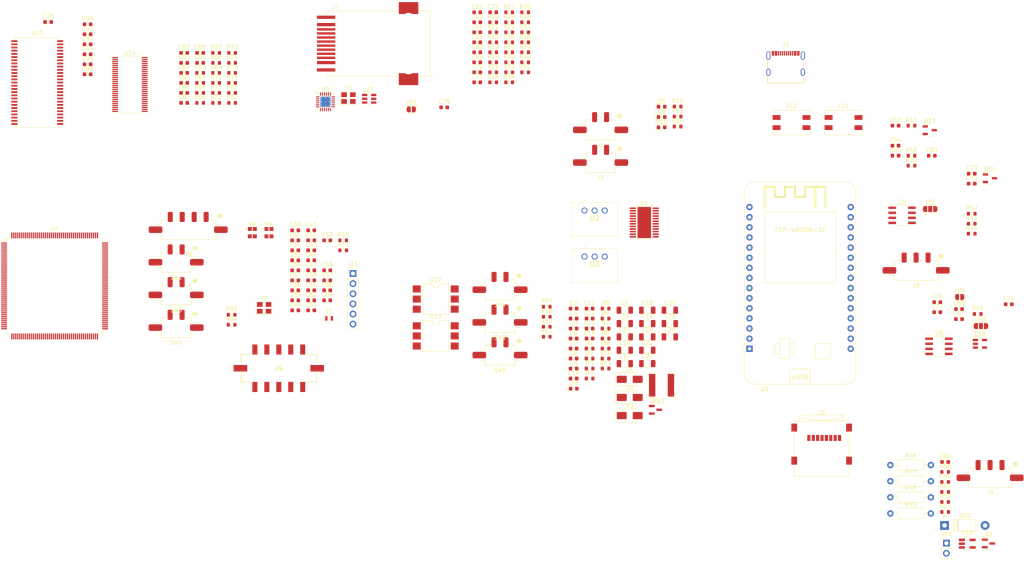
<source format=kicad_pcb>
(kicad_pcb
	(version 20240108)
	(generator "pcbnew")
	(generator_version "8.0")
	(general
		(thickness 1.6)
		(legacy_teardrops no)
	)
	(paper "A4")
	(layers
		(0 "F.Cu" signal)
		(31 "B.Cu" signal)
		(32 "B.Adhes" user "B.Adhesive")
		(33 "F.Adhes" user "F.Adhesive")
		(34 "B.Paste" user)
		(35 "F.Paste" user)
		(36 "B.SilkS" user "B.Silkscreen")
		(37 "F.SilkS" user "F.Silkscreen")
		(38 "B.Mask" user)
		(39 "F.Mask" user)
		(40 "Dwgs.User" user "User.Drawings")
		(41 "Cmts.User" user "User.Comments")
		(42 "Eco1.User" user "User.Eco1")
		(43 "Eco2.User" user "User.Eco2")
		(44 "Edge.Cuts" user)
		(45 "Margin" user)
		(46 "B.CrtYd" user "B.Courtyard")
		(47 "F.CrtYd" user "F.Courtyard")
		(48 "B.Fab" user)
		(49 "F.Fab" user)
		(50 "User.1" user)
		(51 "User.2" user)
		(52 "User.3" user)
		(53 "User.4" user)
		(54 "User.5" user)
		(55 "User.6" user)
		(56 "User.7" user)
		(57 "User.8" user)
		(58 "User.9" user)
	)
	(setup
		(pad_to_mask_clearance 0)
		(allow_soldermask_bridges_in_footprints no)
		(pcbplotparams
			(layerselection 0x00010fc_ffffffff)
			(plot_on_all_layers_selection 0x0000000_00000000)
			(disableapertmacros no)
			(usegerberextensions no)
			(usegerberattributes yes)
			(usegerberadvancedattributes yes)
			(creategerberjobfile yes)
			(dashed_line_dash_ratio 12.000000)
			(dashed_line_gap_ratio 3.000000)
			(svgprecision 4)
			(plotframeref no)
			(viasonmask no)
			(mode 1)
			(useauxorigin no)
			(hpglpennumber 1)
			(hpglpenspeed 20)
			(hpglpendiameter 15.000000)
			(pdf_front_fp_property_popups yes)
			(pdf_back_fp_property_popups yes)
			(dxfpolygonmode yes)
			(dxfimperialunits yes)
			(dxfusepcbnewfont yes)
			(psnegative no)
			(psa4output no)
			(plotreference yes)
			(plotvalue yes)
			(plotfptext yes)
			(plotinvisibletext no)
			(sketchpadsonfab no)
			(subtractmaskfromsilk no)
			(outputformat 1)
			(mirror no)
			(drillshape 1)
			(scaleselection 1)
			(outputdirectory "")
		)
	)
	(net 0 "")
	(net 1 "+3V3_FER")
	(net 2 "Earth")
	(net 3 "/Ethernet/LED_G")
	(net 4 "/Ethernet/LED_Y")
	(net 5 "GND")
	(net 6 "+3V3")
	(net 7 "+5V")
	(net 8 "/Power/3V3_Display")
	(net 9 "Net-(C5-Pad2)")
	(net 10 "Net-(U1-COMP)")
	(net 11 "Net-(U1-C1+)")
	(net 12 "Net-(U1-C1-)")
	(net 13 "Net-(U1-C2+)")
	(net 14 "Net-(U1-C2-)")
	(net 15 "/Power/3V8")
	(net 16 "Net-(D2-A)")
	(net 17 "Net-(U1-DRV)")
	(net 18 "/Power/18V")
	(net 19 "/Power/9V6")
	(net 20 "Net-(U1-FB1)")
	(net 21 "Net-(U1-REF)")
	(net 22 "/Power/-6V")
	(net 23 "Net-(U1-VCOMIN)")
	(net 24 "+24V")
	(net 25 "Net-(U3-VI)")
	(net 26 "Net-(U2-VI)")
	(net 27 "/Peripherals/V_{ref}")
	(net 28 "Net-(D1-A)")
	(net 29 "Net-(D4-A)")
	(net 30 "Net-(D15-K)")
	(net 31 "/IEC_Charging_Circuit/CP")
	(net 32 "Net-(J7-Pad2)")
	(net 33 "Net-(J7-RD-)")
	(net 34 "Net-(J7-TD-)")
	(net 35 "unconnected-(J7-NC-Pad9)")
	(net 36 "Net-(J7-RD+)")
	(net 37 "Net-(J7-TD+)")
	(net 38 "Net-(J7-Pad11)")
	(net 39 "Net-(J8-Pin_2)")
	(net 40 "/IEC_Charging_Circuit/PP")
	(net 41 "Net-(J10-Pin_1)")
	(net 42 "Net-(JP1-C)")
	(net 43 "/Core/EV_Start_Charging")
	(net 44 "Net-(JP3-C)")
	(net 45 "/ESP32/V_{ref}")
	(net 46 "Net-(Q1-B)")
	(net 47 "Net-(Q2-G)")
	(net 48 "Net-(U1-FB3)")
	(net 49 "Net-(U1-FB2)")
	(net 50 "Net-(R6-Pad2)")
	(net 51 "Net-(U10-A)")
	(net 52 "/IEC_Charging_Circuit/PWM_SENSE")
	(net 53 "/Core/Charging_Point_PWM")
	(net 54 "Net-(U11--)")
	(net 55 "/Core/~{IMD_Error_LED}")
	(net 56 "Net-(R54-Pad1)")
	(net 57 "/SDRAM/D9")
	(net 58 "unconnected-(U4B-PH9-Pad86)")
	(net 59 "/SDRAM/A11")
	(net 60 "unconnected-(U4B-PD13-Pad101)")
	(net 61 "/Core/~{AMS_Error_LED}")
	(net 62 "/SDRAM/D0")
	(net 63 "unconnected-(U4B-PC13-Pad8)")
	(net 64 "unconnected-(U4B-PD4-Pad146)")
	(net 65 "/Core/PCAP_RST")
	(net 66 "/Display/B5")
	(net 67 "unconnected-(U4B-PI8-Pad7)")
	(net 68 "/SDRAM/D14")
	(net 69 "/SDRAM/D2")
	(net 70 "/SDRAM/D4")
	(net 71 "unconnected-(U4B-PH6-Pad83)")
	(net 72 "/Core/OSC_in")
	(net 73 "unconnected-(U4B-PG13-Pad156)")
	(net 74 "/Core/SWCLK")
	(net 75 "unconnected-(U4B-PG10-Pad153)")
	(net 76 "/Display/R2")
	(net 77 "/SDRAM/A3")
	(net 78 "/SDRAM/D13")
	(net 79 "unconnected-(U4B-PH15-Pad130)")
	(net 80 "/Core/LCD_Reset")
	(net 81 "/Display/R0")
	(net 82 "/SDRAM/A2")
	(net 83 "/Display/R7")
	(net 84 "/Display/B4")
	(net 85 "/Core/AMS_Reset_in")
	(net 86 "/Core/AMS_Reset_out")
	(net 87 "/Core/SDC_out")
	(net 88 "/SDRAM/A0")
	(net 89 "unconnected-(U4B-PF8-Pad26)")
	(net 90 "/SDRAM/SDNE0")
	(net 91 "/Core/SWDIO")
	(net 92 "/SDRAM/A10")
	(net 93 "unconnected-(U4B-PC10-Pad139)")
	(net 94 "/Display/G0")
	(net 95 "unconnected-(U4B-PI7-Pad176)")
	(net 96 "/SDRAM/BA0")
	(net 97 "/Ethernet/RMII_TX_EN")
	(net 98 "/Core/NRST")
	(net 99 "/SDRAM/D12")
	(net 100 "unconnected-(U4B-PH12-Pad89)")
	(net 101 "/SDRAM/NBL0")
	(net 102 "/Display/B0")
	(net 103 "unconnected-(U4B-PD3-Pad145)")
	(net 104 "/Display/G2")
	(net 105 "unconnected-(U4B-PG14-Pad157)")
	(net 106 "/Display/R1")
	(net 107 "unconnected-(U4B-PH10-Pad87)")
	(net 108 "/SDRAM/SDNWE")
	(net 109 "/Ethernet/RMII_RXD1")
	(net 110 "/SDRAM/A9")
	(net 111 "/SDRAM/D11")
	(net 112 "unconnected-(U4B-PI6-Pad175)")
	(net 113 "/Display/DE")
	(net 114 "/Display/G3")
	(net 115 "/Display/CLK")
	(net 116 "/Peripherals/USART_RX")
	(net 117 "unconnected-(U4B-PB5-Pad163)")
	(net 118 "unconnected-(U4B-PI3-Pad134)")
	(net 119 "/Peripherals/USB_OTG_VBUS")
	(net 120 "/SDRAM/A4")
	(net 121 "/Display/B3")
	(net 122 "/Peripherals/SDMMC_D0")
	(net 123 "/SDRAM/D15")
	(net 124 "/SDRAM/D3")
	(net 125 "/Display/G4")
	(net 126 "/SDRAM/A7")
	(net 127 "unconnected-(U4B-PC8-Pad117)")
	(net 128 "/SDRAM/A12")
	(net 129 "unconnected-(U4B-PI1-Pad132)")
	(net 130 "Net-(C27-Pad1)")
	(net 131 "Net-(U4F-BOOT0)")
	(net 132 "unconnected-(U4B-PD7-Pad151)")
	(net 133 "unconnected-(U4B-PC7-Pad116)")
	(net 134 "/Display/G7")
	(net 135 "unconnected-(U4F-PDR_ON-Pad171)")
	(net 136 "/Ethernet/RMII_MDIO")
	(net 137 "/Display/G1")
	(net 138 "/Display/R6")
	(net 139 "unconnected-(U4B-PH7-Pad84)")
	(net 140 "/SDRAM/D6")
	(net 141 "/SDRAM/A1")
	(net 142 "unconnected-(U4B-PG3-Pad107)")
	(net 143 "/SDRAM/D8")
	(net 144 "/Display/B6")
	(net 145 "/Display/R4")
	(net 146 "/Core/OSC_out")
	(net 147 "unconnected-(U4B-PA15-Pad138)")
	(net 148 "unconnected-(U4B-PF6-Pad24)")
	(net 149 "/SDRAM/A5")
	(net 150 "/Display/G6")
	(net 151 "/Peripherals/USB_OTG_DP")
	(net 152 "unconnected-(U4B-PF7-Pad25)")
	(net 153 "/Peripherals/ESP_RX")
	(net 154 "unconnected-(U4B-PF9-Pad27)")
	(net 155 "/Peripherals/USB_OTG_DM")
	(net 156 "/Display/G5")
	(net 157 "unconnected-(U4B-PB15-Pad95)")
	(net 158 "unconnected-(U4B-PC6-Pad115)")
	(net 159 "unconnected-(U4B-PD12-Pad100)")
	(net 160 "/Display/R5")
	(net 161 "unconnected-(U4B-PE2-Pad1)")
	(net 162 "/Ethernet/RMII_TXD1")
	(net 163 "/SDRAM/D5")
	(net 164 "/Peripherals/SDMMC_CMD")
	(net 165 "/SDRAM/D1")
	(net 166 "Net-(U4A-VREF+)")
	(net 167 "/Display/B1")
	(net 168 "/Display/B7")
	(net 169 "unconnected-(U4B-PD11-Pad99)")
	(net 170 "/Ethernet/RMII_MDC")
	(net 171 "unconnected-(U4B-PE3-Pad2)")
	(net 172 "/Core/OSC32_in")
	(net 173 "/SDRAM/SDCLK")
	(net 174 "/Peripherals/USART_TX")
	(net 175 "unconnected-(U4B-PA10-Pad121)")
	(net 176 "unconnected-(U4B-PG11-Pad154)")
	(net 177 "/SDRAM/SDCKE0")
	(net 178 "/Ethernet/RMII_RXD0")
	(net 179 "unconnected-(U4B-PC11-Pad140)")
	(net 180 "/Ethernet/RMII_CRS_DV")
	(net 181 "/Core/TRACESWO")
	(net 182 "unconnected-(U4B-PB4-Pad162)")
	(net 183 "/Display/HSYNC")
	(net 184 "/Ethernet/RMII_TXD0")
	(net 185 "Net-(C33-Pad1)")
	(net 186 "/SDRAM/D10")
	(net 187 "/SDRAM/SDNCAS")
	(net 188 "/Display/R3")
	(net 189 "/Core/OSC32_out")
	(net 190 "/Display/VSYNC")
	(net 191 "/SDRAM/D7")
	(net 192 "unconnected-(U4B-PI0-Pad131)")
	(net 193 "unconnected-(U4B-PG9-Pad152)")
	(net 194 "/SDRAM/BA1")
	(net 195 "unconnected-(U4B-PH11-Pad88)")
	(net 196 "/SDRAM/SDNRAS")
	(net 197 "/SDRAM/A6")
	(net 198 "/SDRAM/NBL1")
	(net 199 "/Display/B2")
	(net 200 "/Ethernet/RMII_REF_CLK")
	(net 201 "/SDRAM/A8")
	(net 202 "unconnected-(U4B-PB2-Pad58)")
	(net 203 "Net-(U5-CANL)")
	(net 204 "Net-(U5-Rs)")
	(net 205 "Net-(U5-CANH)")
	(net 206 "Net-(U6-~{INT}{slash}REFCLKO)")
	(net 207 "/Ethernet/XTAL2")
	(net 208 "Net-(U6-VDDCR)")
	(net 209 "Net-(U6-RXER{slash}PHYAD0)")
	(net 210 "Net-(U6-TXD0)")
	(net 211 "Net-(U6-~{RST})")
	(net 212 "Net-(U6-RXD1{slash}MODE1)")
	(net 213 "Net-(U6-TXD1)")
	(net 214 "Net-(U6-MDIO)")
	(net 215 "Net-(U6-TXEN)")
	(net 216 "/Ethernet/XTAL1")
	(net 217 "Net-(U6-RBIAS)")
	(net 218 "Net-(U6-MDC)")
	(net 219 "Net-(U6-CRS_DV{slash}MODE2)")
	(net 220 "Net-(U6-RXD0{slash}MODE0)")
	(net 221 "Net-(U8-CANL)")
	(net 222 "Net-(U8-Rs)")
	(net 223 "Net-(U8-CANH)")
	(net 224 "/Peripherals/ESP_TX")
	(net 225 "/Peripherals/STM_CAN_TX")
	(net 226 "unconnected-(U10-NC-Pad1)")
	(net 227 "/Peripherals/STM_CAN_RX")
	(net 228 "unconnected-(U12-Pad3)")
	(net 229 "/Peripherals/SDMMC_CK")
	(net 230 "Net-(R55-Pad1)")
	(net 231 "/Peripherals/ESP_CAN_RX")
	(net 232 "/SDC_and_SCS/RSD_in")
	(net 233 "unconnected-(U13-Pad5)")
	(net 234 "Net-(R56-Pad2)")
	(net 235 "unconnected-(U13-Pad3)")
	(net 236 "/SDC_and_SCS/RSD_out")
	(net 237 "/Core/CANH")
	(net 238 "/Core/CANL")
	(net 239 "/Peripherals/ESP_CAN_TX")
	(net 240 "/ESP32/CANL")
	(net 241 "Net-(D5-A)")
	(net 242 "Net-(D9-A)")
	(net 243 "Net-(D10-A)")
	(net 244 "/Core/SDC_in")
	(net 245 "Net-(Q3-G)")
	(net 246 "Net-(Q4-G)")
	(net 247 "/Core/SDC_enable")
	(net 248 "Net-(R83-Pad2)")
	(net 249 "/Display/I2C_SDA")
	(net 250 "/Display/I2C_SCL")
	(net 251 "Net-(U14-~{SHTDN})")
	(net 252 "Net-(U14-CLKSEL)")
	(net 253 "/Display/LCD_SELB")
	(net 254 "Net-(R70-Pad1)")
	(net 255 "VDD")
	(net 256 "Net-(R72-Pad2)")
	(net 257 "/Display/LCD_STBYB")
	(net 258 "Net-(J1-Pin_1)")
	(net 259 "/Display/LCD_U{slash}D")
	(net 260 "/Display/LCD_L{slash}R")
	(net 261 "/Display/RXIN0-")
	(net 262 "/Display/RXCLKIN+")
	(net 263 "/Display/RXIN0+")
	(net 264 "/Display/RXIN2-")
	(net 265 "/Display/RXIN1-")
	(net 266 "/Display/RXIN2+")
	(net 267 "/Display/RXIN3+")
	(net 268 "/Display/RXIN3-")
	(net 269 "/Display/RXIN1+")
	(net 270 "/Display/RXCLKIN-")
	(net 271 "Net-(J2-Pin_1)")
	(net 272 "unconnected-(J5-CMD-Pad3)")
	(net 273 "unconnected-(U15-NC-Pad40)")
	(net 274 "unconnected-(J5-DAT0-Pad7)")
	(net 275 "/Core/LED1_B")
	(net 276 "/Core/LED1_G")
	(net 277 "/Core/LED1_R")
	(net 278 "/Core/LED2_R")
	(net 279 "/Core/LED2_G")
	(net 280 "/Core/LED2_B")
	(net 281 "unconnected-(U9-TX0{slash}D1-Pad18)")
	(net 282 "unconnected-(U9-D18-Pad22)")
	(net 283 "unconnected-(U9-D34-Pad12)")
	(net 284 "unconnected-(U9-D19-Pad21)")
	(net 285 "unconnected-(U9-D25-Pad8)")
	(net 286 "unconnected-(J5-DAT2-Pad1)")
	(net 287 "unconnected-(U9-D15-Pad28)")
	(net 288 "unconnected-(U9-D32-Pad10)")
	(net 289 "unconnected-(U9-RX0{slash}D3-Pad19)")
	(net 290 "unconnected-(U9-D13-Pad3)")
	(net 291 "unconnected-(U9-D12-Pad4)")
	(net 292 "unconnected-(U9-D35-Pad11)")
	(net 293 "unconnected-(U9-D2-Pad27)")
	(net 294 "unconnected-(U9-D14-Pad5)")
	(net 295 "unconnected-(U9-D39{slash}VN-Pad13)")
	(net 296 "unconnected-(J5-CLK-Pad5)")
	(net 297 "unconnected-(U9-D22-Pad17)")
	(net 298 "unconnected-(U9-D26-Pad7)")
	(net 299 "unconnected-(U9-D33-Pad9)")
	(net 300 "unconnected-(U9-EN-Pad15)")
	(net 301 "unconnected-(U9-VIN-Pad1)")
	(net 302 "unconnected-(U9-D36{slash}VP-Pad14)")
	(net 303 "unconnected-(U9-D27-Pad6)")
	(net 304 "unconnected-(U9-D23-Pad16)")
	(net 305 "/Core/SDC_Voltage")
	(net 306 "/Core/TSAL_Green")
	(net 307 "Net-(JP4-A)")
	(net 308 "Net-(J4-Pin_2)")
	(net 309 "unconnected-(J5-DAT3{slash}CD-Pad2)")
	(net 310 "unconnected-(J5-VDD-Pad4)")
	(net 311 "unconnected-(SW3-Pad1)")
	(net 312 "unconnected-(SW3-Pad2)")
	(net 313 "unconnected-(SW4-Pad2)")
	(net 314 "unconnected-(SW4-Pad1)")
	(net 315 "unconnected-(J5-VSS-Pad6)")
	(net 316 "unconnected-(J5-DAT1-Pad8)")
	(net 317 "unconnected-(J3-SBU2-PadB8)")
	(net 318 "Net-(J3-VBUS-PadA4)")
	(net 319 "unconnected-(J3-CC2-PadB5)")
	(net 320 "unconnected-(J3-D+-PadB6)")
	(net 321 "unconnected-(J3-CC1-PadA5)")
	(net 322 "unconnected-(J3-SBU1-PadA8)")
	(net 323 "unconnected-(J3-D+-PadA6)")
	(net 324 "unconnected-(J3-D--PadB7)")
	(net 325 "unconnected-(J3-D--PadA7)")
	(footprint "Capacitor_SMD:C_1206_3216Metric" (layer "F.Cu") (at 178.315 106.435))
	(footprint "Capacitor_SMD:C_0603_1608Metric" (layer "F.Cu") (at 169.475 92.615))
	(footprint "Package_TO_SOT_SMD:SOT-23-3" (layer "F.Cu") (at 269.97 59.915))
	(footprint "Resistor_SMD:R_0603_1608Metric" (layer "F.Cu") (at 145.285 35.83))
	(footprint "Capacitor_SMD:C_0603_1608Metric" (layer "F.Cu") (at 43.475 21.27))
	(footprint "Capacitor_SMD:C_1206_3216Metric" (layer "F.Cu") (at 189.615 93.035))
	(footprint "Capacitor_SMD:C_0603_1608Metric" (layer "F.Cu") (at 141.275 25.79))
	(footprint "Capacitor_SMD:C_0603_1608Metric" (layer "F.Cu") (at 169.475 100.145))
	(footprint "Capacitor_SMD:C_0603_1608Metric" (layer "F.Cu") (at 67.725 28.45))
	(footprint "Resistor_SMD:R_0603_1608Metric" (layer "F.Cu") (at 149.295 30.81))
	(footprint "Charger:ESP32-WROOM-32-DevKit-30Pin" (layer "F.Cu") (at 209.615 102.71))
	(footprint "FaSTTUBe_connectors:Micro_Mate-N-Lok_2p_vertical" (layer "F.Cu") (at 172.245 47.77))
	(footprint "LED_SMD:LED_0603_1608Metric" (layer "F.Cu") (at 187.56 41.955))
	(footprint "Diode_SMD:D_SMA" (layer "F.Cu") (at 179.56 110.385))
	(footprint "Resistor_SMD:R_0603_1608Metric" (layer "F.Cu") (at 153.305 20.77))
	(footprint "Resistor_SMD:R_0603_1608Metric" (layer "F.Cu") (at 71.735 33.47))
	(footprint "Capacitor_SMD:C_1206_3216Metric" (layer "F.Cu") (at 178.315 96.385))
	(footprint "Resistor_SMD:R_0603_1608Metric" (layer "F.Cu") (at 173.485 95.125))
	(footprint "Resistor_SMD:R_0603_1608Metric" (layer "F.Cu") (at 75.745 30.96))
	(footprint "Capacitor_SMD:C_0603_1608Metric" (layer "F.Cu") (at 99.61 83.03))
	(footprint "Charger:173010542" (layer "F.Cu") (at 170.745 69.945))
	(footprint "FaSTTUBe_connectors:Micro_Mate-N-Lok_2p_vertical" (layer "F.Cu") (at 65.7 97.4))
	(footprint "Resistor_SMD:R_0603_1608Metric" (layer "F.Cu") (at 158.725 94.68))
	(footprint "Capacitor_SMD:C_0603_1608Metric" (layer "F.Cu") (at 255.37 54.26))
	(footprint "Resistor_SMD:R_0603_1608Metric" (layer "F.Cu") (at 250.275 56.755))
	(footprint "Jumper:SolderJumper-2_P1.3mm_Open_RoundedPad1.0x1.5mm" (layer "F.Cu") (at 262.37 89.73))
	(footprint "Resistor_SMD:R_0603_1608Metric" (layer "F.Cu") (at 169.475 102.655))
	(footprint "Capacitor_SMD:C_0603_1608Metric" (layer "F.Cu") (at 141.275 30.81))
	(footprint "Resistor_SMD:R_0603_1608Metric" (layer "F.Cu") (at 149.295 33.32))
	(footprint "Capacitor_SMD:C_1206_3216Metric" (layer "F.Cu") (at 183.965 103.085))
	(footprint "Resistor_SMD:R_0603_1608Metric" (layer "F.Cu") (at 265.39 71.32))
	(footprint "Resistor_SMD:R_0603_1608Metric" (layer "F.Cu") (at 145.285 23.28))
	(footprint "FaSTTUBe_connectors:Micro_Mate-N-Lok_2p_vertical" (layer "F.Cu") (at 147 96.095))
	(footprint "Capacitor_SMD:C_1206_3216Metric" (layer "F.Cu") (at 189.615 99.735))
	(footprint "Capacitor_SMD:C_0603_1608Metric" (layer "F.Cu") (at 141.275 23.28))
	(footprint "FaSTTUBe_connectors:Micro_Mate-N-Lok_2p_vertical" (layer "F.Cu") (at 172.245 55.975))
	(footprint "Resistor_SMD:R_0603_1608Metric" (layer "F.Cu") (at 169.475 105.165))
	(footprint "Package_TO_SOT_SMD:SOT-23-3"
		(layer "F.Cu")
		(uuid "3ad088c6-0e20-4f82-8ca9-fedfec43a556")
		(at 254.855 47.86)
		(descr "SOT, 3 Pin (JEDEC MO-178 inferred 3-pin variant https://www.jedec.org/document_search?search_api_views_fulltext=MO-178), generated with kicad-footprint-generator ipc_gullwing_generator.py")
		(tags "SOT TO_SOT_SMD")
		(property "Reference" "D13"
			(at 0 -2.4 0)
			(layer "F.SilkS")
			(uuid "99a0514f-58ea-4166-bb94-9730ca36df00")
			(effects
				(font
					(size 1 1)
					(thickness 0.15)
				)
			)
		)
		(property "Value" "CDSOT23-T24CAN"
			(at 0 2.4 0)
			(layer "F.Fab")
			(uuid "0362f906-f59c-4252-9743-c0e83fa8a98e")
			(effects
				(font
					(size 1 1)
					(thickness 0.15)
				)
			)
		)
		(property "Footprint" "Package_TO_SOT_SMD:SOT-23-3"
			(at 0 0 0)
			(layer "F.Fab")
			(hide yes)
			(uuid "49ca6b5f-7df6-4660-9241-89b5a9f4bb63")
			(effects
				(font
					(size 1.27 1.27)
					(thickness 0.15)
				)
			)
		)
		(property "Datasheet" "https://www.bourns.com/docs/Product-Datasheets/CDSOT23-T24CAN.pdf"
			(at 0 0 0)
			(layer "F.Fab")
			(hide yes)
			(uuid "712822db-4415-453a-b887-91d2de0b926a")
			(effects
				(font
					(size 1.27 1.27)
					(thickness 0.15)
				)
			)
		)
		(property "Description" ""
			(at 0 0 0)
			(layer "F.Fab")
			(hide yes)
			(uuid "5259226d-ff9a-4c13-94d8-a9bcbe2e3bbf")
			(effects
				(font
					(size 1.27 1.27)
					(thickness 0.15)
				)
			)
		)
		(path "/80927836-8e39-47ea-8430-ab9d018fcb5d/be5cc6bd-73c1-4ebd-98a7-1c2403baf59d")
		(sheetname "Peripherals")
		(sheetfile "Peripherals.kicad_sch")
		(attr smd)
		(fp_line
			(start 0 -1.56)
			(end -0.8 -1.56)
			(stroke
				(width 0.12)
				(type solid)
			)
			(layer "F.SilkS")
			(uuid "d58fc72a-22ef-40ea-986a-b594a163c6ac")
		)
		(fp_line
			(start 0 -1.56)
			(end 0.8 -1.56)
			(stroke
				(width 0.12)
				(type solid)
			)
			(layer "F.SilkS")
			(uuid "44554e71-d4ee-429a-91f2-60ed072064de")
		)
		(fp_line
			(start 0 1.56)
			(end -0.8 1.56)
			(stroke
				(width 0.12)
				(type solid)
			)
			(layer "F.SilkS")
			(uuid "5474cea0-a38b-4992-91f4-67aaa78518f5")
		)
		(fp_line
			(start 
... [951407 chars truncated]
</source>
